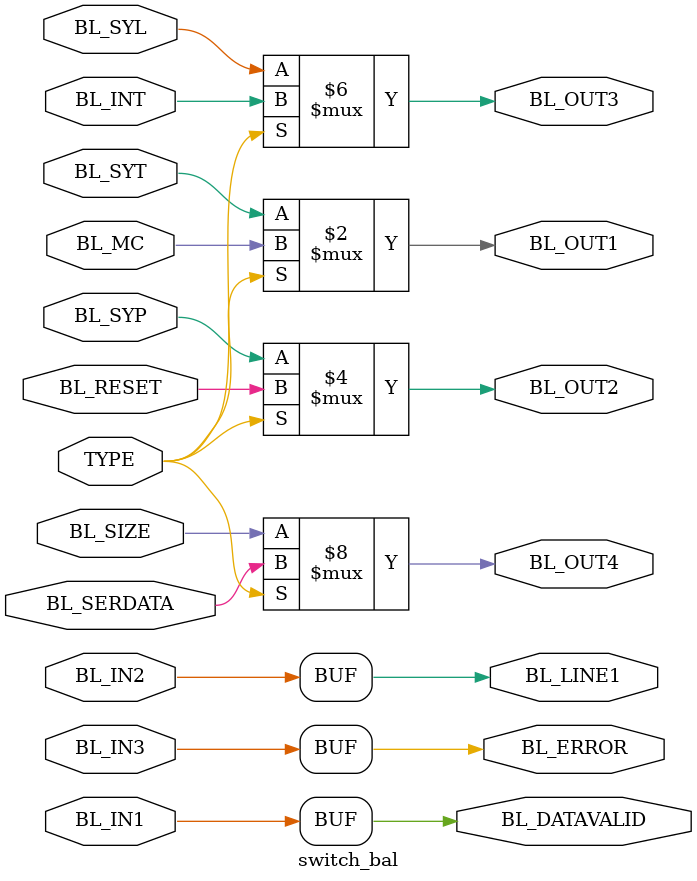
<source format=v>
module switch_bal(
input wire TYPE,

output BL_OUT1,
output BL_OUT2,
output BL_OUT3,
output BL_OUT4,

input BL_IN1,
input BL_IN2,
input BL_IN3,

input wire BL_MC,
input wire BL_RESET,
input wire BL_INT,
input wire BL_SERDATA,

output BL_DATAVALID,
output BL_LINE1,
output BL_ERROR,

input wire BL_SYT,
input wire BL_SYP,
input wire BL_SYL,
input wire BL_SIZE

);

assign BL_DATAVALID=BL_IN1;
assign BL_LINE1=BL_IN2;
assign BL_ERROR=BL_IN3;
assign BL_OUT1=(TYPE==1) ? BL_MC      : BL_SYT;
assign BL_OUT2=(TYPE==1) ? BL_RESET   : BL_SYP;
assign BL_OUT3=(TYPE==1) ? BL_INT     : BL_SYL;
assign BL_OUT4=(TYPE==1) ? BL_SERDATA : BL_SIZE;





endmodule

</source>
